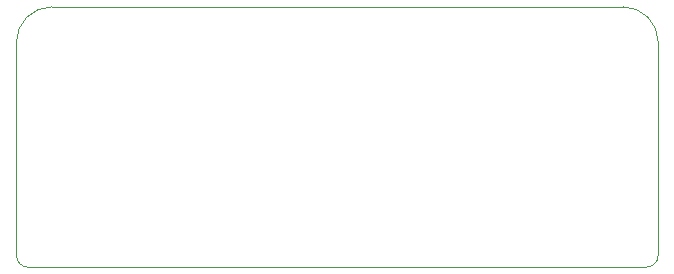
<source format=gbr>
%TF.GenerationSoftware,KiCad,Pcbnew,8.0.4*%
%TF.CreationDate,2025-03-19T01:09:58-05:00*%
%TF.ProjectId,Melty,4d656c74-792e-46b6-9963-61645f706362,rev?*%
%TF.SameCoordinates,Original*%
%TF.FileFunction,Profile,NP*%
%FSLAX46Y46*%
G04 Gerber Fmt 4.6, Leading zero omitted, Abs format (unit mm)*
G04 Created by KiCad (PCBNEW 8.0.4) date 2025-03-19 01:09:58*
%MOMM*%
%LPD*%
G01*
G04 APERTURE LIST*
%TA.AperFunction,Profile*%
%ADD10C,0.050000*%
%TD*%
G04 APERTURE END LIST*
D10*
X201350000Y-49500000D02*
G75*
G02*
X204350000Y-52500000I0J-3000000D01*
G01*
X204350000Y-52500000D02*
X204342893Y-70542893D01*
X151007107Y-71542893D02*
G75*
G02*
X150007107Y-70542893I-7J999993D01*
G01*
X153000000Y-49500000D02*
X201350000Y-49500000D01*
X150000000Y-52500000D02*
G75*
G02*
X153000000Y-49500000I3000000J0D01*
G01*
X150007107Y-70542893D02*
X150000000Y-52500000D01*
X151007107Y-71542893D02*
X203342893Y-71542893D01*
X204342893Y-70542893D02*
G75*
G02*
X203342893Y-71542893I-999993J-7D01*
G01*
M02*

</source>
